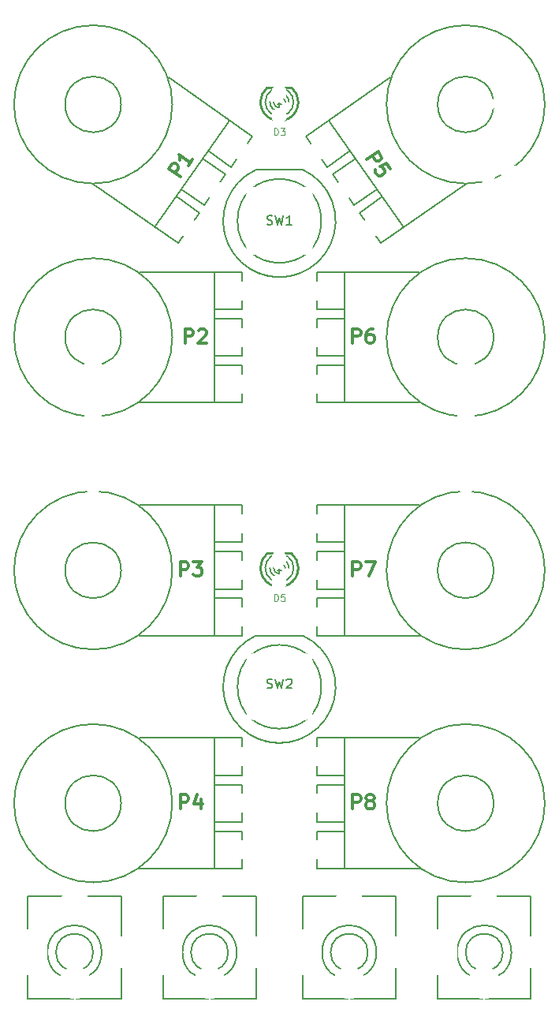
<source format=gto>
G04 (created by PCBNEW (2013-07-07 BZR 4022)-stable) date 2014-05-25 10:59:23 PM*
%MOIN*%
G04 Gerber Fmt 3.4, Leading zero omitted, Abs format*
%FSLAX34Y34*%
G01*
G70*
G90*
G04 APERTURE LIST*
%ADD10C,0.00590551*%
%ADD11C,0.00787402*%
%ADD12C,0.01*%
%ADD13C,0.006*%
%ADD14C,0.0035*%
%ADD15C,0.012*%
%ADD16C,0.0787*%
%ADD17R,0.0787X0.0787*%
%ADD18O,0.137795X0.19685*%
%ADD19O,0.0787402X0.137795*%
%ADD20O,0.137795X0.137795*%
%ADD21C,0.066*%
%ADD22C,0.0885827*%
%ADD23R,0.0551181X0.0551181*%
%ADD24C,0.0551181*%
G04 APERTURE END LIST*
G54D10*
G54D11*
X55039Y-59448D02*
X55196Y-59448D01*
X55118Y-59370D02*
X55118Y-59527D01*
X55039Y-39763D02*
X55196Y-39763D01*
X55118Y-39685D02*
X55118Y-39842D01*
G54D10*
X59218Y-75590D02*
G75*
G03X59218Y-75590I-1147J0D01*
G74*
G01*
X60039Y-77559D02*
X56102Y-77559D01*
X56102Y-77559D02*
X56102Y-73228D01*
X56102Y-73228D02*
X60039Y-73228D01*
X60039Y-73228D02*
X60039Y-77559D01*
X58858Y-75590D02*
G75*
G03X58858Y-75590I-787J0D01*
G74*
G01*
X64927Y-75590D02*
G75*
G03X64927Y-75590I-1147J0D01*
G74*
G01*
X65748Y-77559D02*
X61811Y-77559D01*
X61811Y-77559D02*
X61811Y-73228D01*
X61811Y-73228D02*
X65748Y-73228D01*
X65748Y-73228D02*
X65748Y-77559D01*
X64566Y-75590D02*
G75*
G03X64566Y-75590I-787J0D01*
G74*
G01*
X53313Y-75590D02*
G75*
G03X53313Y-75590I-1147J0D01*
G74*
G01*
X54133Y-77559D02*
X50196Y-77559D01*
X50196Y-77559D02*
X50196Y-73228D01*
X50196Y-73228D02*
X54133Y-73228D01*
X54133Y-73228D02*
X54133Y-77559D01*
X52952Y-75590D02*
G75*
G03X52952Y-75590I-787J0D01*
G74*
G01*
X47604Y-75590D02*
G75*
G03X47604Y-75590I-1147J0D01*
G74*
G01*
X48425Y-77559D02*
X44488Y-77559D01*
X44488Y-77559D02*
X44488Y-73228D01*
X44488Y-73228D02*
X48425Y-73228D01*
X48425Y-73228D02*
X48425Y-77559D01*
X47244Y-75590D02*
G75*
G03X47244Y-75590I-787J0D01*
G74*
G01*
G54D12*
X55618Y-58728D02*
X54618Y-58728D01*
G54D13*
X54734Y-59809D02*
G75*
G03X55118Y-59948I384J460D01*
G74*
G01*
X55118Y-59948D02*
G75*
G03X55515Y-59796I0J599D01*
G74*
G01*
X55118Y-58749D02*
G75*
G03X54728Y-58893I0J-599D01*
G74*
G01*
X55502Y-58887D02*
G75*
G03X55118Y-58748I-384J-460D01*
G74*
G01*
X54768Y-58860D02*
G75*
G03X54518Y-59348I349J-487D01*
G74*
G01*
X54518Y-59348D02*
G75*
G03X54757Y-59828I600J0D01*
G74*
G01*
X55717Y-59348D02*
G75*
G03X55486Y-58875I-599J0D01*
G74*
G01*
X55486Y-59822D02*
G75*
G03X55718Y-59348I-368J473D01*
G74*
G01*
X54868Y-59348D02*
G75*
G03X55118Y-59598I250J0D01*
G74*
G01*
X54718Y-59348D02*
G75*
G03X55118Y-59748I400J0D01*
G74*
G01*
X55368Y-59348D02*
G75*
G03X55118Y-59098I-250J0D01*
G74*
G01*
X55518Y-59348D02*
G75*
G03X55118Y-58948I-400J0D01*
G74*
G01*
G54D12*
X54604Y-58735D02*
G75*
G03X54318Y-59348I513J-613D01*
G74*
G01*
X54319Y-59348D02*
G75*
G03X54741Y-60053I799J0D01*
G74*
G01*
X55917Y-59347D02*
G75*
G03X55633Y-58738I-798J-1D01*
G74*
G01*
X55515Y-60043D02*
G75*
G03X55918Y-59348I-397J694D01*
G74*
G01*
X54738Y-60053D02*
G75*
G03X55118Y-60148I379J704D01*
G74*
G01*
X55118Y-60148D02*
G75*
G03X55537Y-60029I0J799D01*
G74*
G01*
X55618Y-39043D02*
X54618Y-39043D01*
G54D13*
X54734Y-40124D02*
G75*
G03X55118Y-40263I384J460D01*
G74*
G01*
X55118Y-40263D02*
G75*
G03X55515Y-40111I0J599D01*
G74*
G01*
X55118Y-39064D02*
G75*
G03X54728Y-39208I0J-599D01*
G74*
G01*
X55502Y-39202D02*
G75*
G03X55118Y-39063I-384J-460D01*
G74*
G01*
X54768Y-39175D02*
G75*
G03X54518Y-39663I349J-487D01*
G74*
G01*
X54518Y-39663D02*
G75*
G03X54757Y-40143I600J0D01*
G74*
G01*
X55717Y-39663D02*
G75*
G03X55486Y-39190I-599J0D01*
G74*
G01*
X55486Y-40137D02*
G75*
G03X55718Y-39663I-368J473D01*
G74*
G01*
X54868Y-39663D02*
G75*
G03X55118Y-39913I250J0D01*
G74*
G01*
X54718Y-39663D02*
G75*
G03X55118Y-40063I400J0D01*
G74*
G01*
X55368Y-39663D02*
G75*
G03X55118Y-39413I-250J0D01*
G74*
G01*
X55518Y-39663D02*
G75*
G03X55118Y-39263I-400J0D01*
G74*
G01*
G54D12*
X54604Y-39050D02*
G75*
G03X54318Y-39663I513J-613D01*
G74*
G01*
X54319Y-39663D02*
G75*
G03X54741Y-40368I799J0D01*
G74*
G01*
X55917Y-39662D02*
G75*
G03X55633Y-39053I-798J-1D01*
G74*
G01*
X55515Y-40357D02*
G75*
G03X55918Y-39663I-397J694D01*
G74*
G01*
X54738Y-40368D02*
G75*
G03X55118Y-40463I379J704D01*
G74*
G01*
X55118Y-40463D02*
G75*
G03X55537Y-40344I0J799D01*
G74*
G01*
G54D10*
X54135Y-66536D02*
G75*
G03X57284Y-65352I982J2166D01*
G74*
G01*
X52952Y-65352D02*
G75*
G03X56100Y-66536I2166J982D01*
G74*
G01*
X54135Y-62203D02*
G75*
G03X52952Y-65352I982J-2166D01*
G74*
G01*
X57284Y-65352D02*
G75*
G03X56100Y-62203I-2166J982D01*
G74*
G01*
X54133Y-62204D02*
X56102Y-62204D01*
X56889Y-64370D02*
G75*
G03X56889Y-64370I-1771J0D01*
G74*
G01*
X54135Y-46851D02*
G75*
G03X57284Y-45667I982J2166D01*
G74*
G01*
X52952Y-45667D02*
G75*
G03X56100Y-46851I2166J982D01*
G74*
G01*
X54135Y-42518D02*
G75*
G03X52952Y-45667I982J-2166D01*
G74*
G01*
X57284Y-45667D02*
G75*
G03X56100Y-42518I-2166J982D01*
G74*
G01*
X54133Y-42519D02*
X56102Y-42519D01*
X56889Y-44685D02*
G75*
G03X56889Y-44685I-1771J0D01*
G74*
G01*
X58122Y-41731D02*
X57154Y-42409D01*
X57154Y-42409D02*
X56251Y-41119D01*
X59251Y-43344D02*
X58283Y-44021D01*
X58283Y-44021D02*
X57380Y-42731D01*
X57380Y-42731D02*
X58347Y-42054D01*
X59412Y-45634D02*
X58509Y-44344D01*
X58509Y-44344D02*
X59477Y-43666D01*
X57218Y-40441D02*
X60380Y-44956D01*
X59412Y-45634D02*
X62960Y-43150D01*
X56251Y-41119D02*
X59798Y-38635D01*
X64173Y-39763D02*
G75*
G03X64173Y-39763I-1181J0D01*
G74*
G01*
X66338Y-39763D02*
G75*
G03X66338Y-39763I-3346J0D01*
G74*
G01*
X57874Y-48425D02*
X56692Y-48425D01*
X56692Y-48425D02*
X56692Y-46850D01*
X57874Y-50393D02*
X56692Y-50393D01*
X56692Y-50393D02*
X56692Y-48818D01*
X56692Y-48818D02*
X57874Y-48818D01*
X56692Y-52362D02*
X56692Y-50787D01*
X56692Y-50787D02*
X57874Y-50787D01*
X57874Y-46850D02*
X57874Y-52362D01*
X56692Y-52362D02*
X61023Y-52362D01*
X56692Y-46850D02*
X61023Y-46850D01*
X64173Y-49606D02*
G75*
G03X64173Y-49606I-1181J0D01*
G74*
G01*
X66338Y-49606D02*
G75*
G03X66338Y-49606I-3346J0D01*
G74*
G01*
X57874Y-58267D02*
X56692Y-58267D01*
X56692Y-58267D02*
X56692Y-56692D01*
X57874Y-60236D02*
X56692Y-60236D01*
X56692Y-60236D02*
X56692Y-58661D01*
X56692Y-58661D02*
X57874Y-58661D01*
X56692Y-62204D02*
X56692Y-60629D01*
X56692Y-60629D02*
X57874Y-60629D01*
X57874Y-56692D02*
X57874Y-62204D01*
X56692Y-62204D02*
X61023Y-62204D01*
X56692Y-56692D02*
X61023Y-56692D01*
X64173Y-59448D02*
G75*
G03X64173Y-59448I-1181J0D01*
G74*
G01*
X66338Y-59448D02*
G75*
G03X66338Y-59448I-3346J0D01*
G74*
G01*
X57874Y-68110D02*
X56692Y-68110D01*
X56692Y-68110D02*
X56692Y-66535D01*
X57874Y-70078D02*
X56692Y-70078D01*
X56692Y-70078D02*
X56692Y-68503D01*
X56692Y-68503D02*
X57874Y-68503D01*
X56692Y-72047D02*
X56692Y-70472D01*
X56692Y-70472D02*
X57874Y-70472D01*
X57874Y-66535D02*
X57874Y-72047D01*
X56692Y-72047D02*
X61023Y-72047D01*
X56692Y-66535D02*
X61023Y-66535D01*
X64173Y-69291D02*
G75*
G03X64173Y-69291I-1181J0D01*
G74*
G01*
X66338Y-69291D02*
G75*
G03X66338Y-69291I-3346J0D01*
G74*
G01*
X52362Y-70472D02*
X53543Y-70472D01*
X53543Y-70472D02*
X53543Y-72047D01*
X52362Y-68503D02*
X53543Y-68503D01*
X53543Y-68503D02*
X53543Y-70078D01*
X53543Y-70078D02*
X52362Y-70078D01*
X53543Y-66535D02*
X53543Y-68110D01*
X53543Y-68110D02*
X52362Y-68110D01*
X52362Y-72047D02*
X52362Y-66535D01*
X53543Y-66535D02*
X49212Y-66535D01*
X53543Y-72047D02*
X49212Y-72047D01*
X48425Y-69291D02*
G75*
G03X48425Y-69291I-1181J0D01*
G74*
G01*
X50590Y-69291D02*
G75*
G03X50590Y-69291I-3346J0D01*
G74*
G01*
X52362Y-60629D02*
X53543Y-60629D01*
X53543Y-60629D02*
X53543Y-62204D01*
X52362Y-58661D02*
X53543Y-58661D01*
X53543Y-58661D02*
X53543Y-60236D01*
X53543Y-60236D02*
X52362Y-60236D01*
X53543Y-56692D02*
X53543Y-58267D01*
X53543Y-58267D02*
X52362Y-58267D01*
X52362Y-62204D02*
X52362Y-56692D01*
X53543Y-56692D02*
X49212Y-56692D01*
X53543Y-62204D02*
X49212Y-62204D01*
X48425Y-59448D02*
G75*
G03X48425Y-59448I-1181J0D01*
G74*
G01*
X50590Y-59448D02*
G75*
G03X50590Y-59448I-3346J0D01*
G74*
G01*
X52362Y-50787D02*
X53543Y-50787D01*
X53543Y-50787D02*
X53543Y-52362D01*
X52362Y-48818D02*
X53543Y-48818D01*
X53543Y-48818D02*
X53543Y-50393D01*
X53543Y-50393D02*
X52362Y-50393D01*
X53543Y-46850D02*
X53543Y-48425D01*
X53543Y-48425D02*
X52362Y-48425D01*
X52362Y-52362D02*
X52362Y-46850D01*
X53543Y-46850D02*
X49212Y-46850D01*
X53543Y-52362D02*
X49212Y-52362D01*
X48425Y-49606D02*
G75*
G03X48425Y-49606I-1181J0D01*
G74*
G01*
X50590Y-49606D02*
G75*
G03X50590Y-49606I-3346J0D01*
G74*
G01*
X50759Y-43666D02*
X51726Y-44344D01*
X51726Y-44344D02*
X50823Y-45634D01*
X51888Y-42054D02*
X52855Y-42731D01*
X52855Y-42731D02*
X51952Y-44021D01*
X51952Y-44021D02*
X50984Y-43344D01*
X53984Y-41119D02*
X53081Y-42409D01*
X53081Y-42409D02*
X52114Y-41731D01*
X49855Y-44956D02*
X53017Y-40441D01*
X53984Y-41119D02*
X50437Y-38635D01*
X50823Y-45634D02*
X47275Y-43150D01*
X48425Y-39763D02*
G75*
G03X48425Y-39763I-1181J0D01*
G74*
G01*
X50590Y-39763D02*
G75*
G03X50590Y-39763I-3346J0D01*
G74*
G01*
G54D14*
X54896Y-60751D02*
X54896Y-60451D01*
X54968Y-60451D01*
X55010Y-60465D01*
X55039Y-60494D01*
X55053Y-60522D01*
X55068Y-60579D01*
X55068Y-60622D01*
X55053Y-60679D01*
X55039Y-60708D01*
X55010Y-60737D01*
X54968Y-60751D01*
X54896Y-60751D01*
X55339Y-60451D02*
X55196Y-60451D01*
X55182Y-60594D01*
X55196Y-60579D01*
X55225Y-60565D01*
X55296Y-60565D01*
X55325Y-60579D01*
X55339Y-60594D01*
X55353Y-60622D01*
X55353Y-60694D01*
X55339Y-60722D01*
X55325Y-60737D01*
X55296Y-60751D01*
X55225Y-60751D01*
X55196Y-60737D01*
X55182Y-60722D01*
X54896Y-41066D02*
X54896Y-40766D01*
X54968Y-40766D01*
X55010Y-40780D01*
X55039Y-40809D01*
X55053Y-40837D01*
X55068Y-40894D01*
X55068Y-40937D01*
X55053Y-40994D01*
X55039Y-41023D01*
X55010Y-41052D01*
X54968Y-41066D01*
X54896Y-41066D01*
X55168Y-40766D02*
X55353Y-40766D01*
X55253Y-40880D01*
X55296Y-40880D01*
X55325Y-40894D01*
X55339Y-40909D01*
X55353Y-40937D01*
X55353Y-41009D01*
X55339Y-41037D01*
X55325Y-41052D01*
X55296Y-41066D01*
X55210Y-41066D01*
X55182Y-41052D01*
X55168Y-41037D01*
G54D10*
X54593Y-64412D02*
X54649Y-64431D01*
X54743Y-64431D01*
X54780Y-64412D01*
X54799Y-64393D01*
X54818Y-64356D01*
X54818Y-64318D01*
X54799Y-64281D01*
X54780Y-64262D01*
X54743Y-64243D01*
X54668Y-64224D01*
X54630Y-64206D01*
X54611Y-64187D01*
X54593Y-64149D01*
X54593Y-64112D01*
X54611Y-64074D01*
X54630Y-64056D01*
X54668Y-64037D01*
X54761Y-64037D01*
X54818Y-64056D01*
X54949Y-64037D02*
X55043Y-64431D01*
X55118Y-64149D01*
X55193Y-64431D01*
X55286Y-64037D01*
X55418Y-64074D02*
X55436Y-64056D01*
X55474Y-64037D01*
X55568Y-64037D01*
X55605Y-64056D01*
X55624Y-64074D01*
X55643Y-64112D01*
X55643Y-64149D01*
X55624Y-64206D01*
X55399Y-64431D01*
X55643Y-64431D01*
X54593Y-44825D02*
X54649Y-44844D01*
X54743Y-44844D01*
X54780Y-44825D01*
X54799Y-44806D01*
X54818Y-44769D01*
X54818Y-44731D01*
X54799Y-44694D01*
X54780Y-44675D01*
X54743Y-44656D01*
X54668Y-44638D01*
X54630Y-44619D01*
X54611Y-44600D01*
X54593Y-44563D01*
X54593Y-44525D01*
X54611Y-44488D01*
X54630Y-44469D01*
X54668Y-44450D01*
X54761Y-44450D01*
X54818Y-44469D01*
X54949Y-44450D02*
X55043Y-44844D01*
X55118Y-44563D01*
X55193Y-44844D01*
X55286Y-44450D01*
X55643Y-44844D02*
X55418Y-44844D01*
X55530Y-44844D02*
X55530Y-44450D01*
X55493Y-44506D01*
X55455Y-44544D01*
X55418Y-44563D01*
G54D15*
X58799Y-42099D02*
X59290Y-41755D01*
X59421Y-41942D01*
X59430Y-42005D01*
X59423Y-42045D01*
X59393Y-42101D01*
X59323Y-42150D01*
X59260Y-42160D01*
X59220Y-42153D01*
X59164Y-42122D01*
X59033Y-41935D01*
X59798Y-42480D02*
X59634Y-42246D01*
X59384Y-42387D01*
X59424Y-42394D01*
X59480Y-42424D01*
X59562Y-42541D01*
X59571Y-42604D01*
X59564Y-42644D01*
X59534Y-42700D01*
X59417Y-42782D01*
X59353Y-42792D01*
X59314Y-42785D01*
X59257Y-42754D01*
X59175Y-42637D01*
X59166Y-42574D01*
X59173Y-42534D01*
X58218Y-49849D02*
X58218Y-49249D01*
X58447Y-49249D01*
X58504Y-49277D01*
X58532Y-49306D01*
X58561Y-49363D01*
X58561Y-49449D01*
X58532Y-49506D01*
X58504Y-49534D01*
X58447Y-49563D01*
X58218Y-49563D01*
X59075Y-49249D02*
X58961Y-49249D01*
X58904Y-49277D01*
X58875Y-49306D01*
X58818Y-49392D01*
X58789Y-49506D01*
X58789Y-49734D01*
X58818Y-49792D01*
X58847Y-49820D01*
X58904Y-49849D01*
X59018Y-49849D01*
X59075Y-49820D01*
X59104Y-49792D01*
X59132Y-49734D01*
X59132Y-49592D01*
X59104Y-49534D01*
X59075Y-49506D01*
X59018Y-49477D01*
X58904Y-49477D01*
X58847Y-49506D01*
X58818Y-49534D01*
X58789Y-49592D01*
X58218Y-59691D02*
X58218Y-59091D01*
X58447Y-59091D01*
X58504Y-59120D01*
X58532Y-59148D01*
X58561Y-59205D01*
X58561Y-59291D01*
X58532Y-59348D01*
X58504Y-59377D01*
X58447Y-59405D01*
X58218Y-59405D01*
X58761Y-59091D02*
X59161Y-59091D01*
X58904Y-59691D01*
X58218Y-69534D02*
X58218Y-68934D01*
X58447Y-68934D01*
X58504Y-68962D01*
X58532Y-68991D01*
X58561Y-69048D01*
X58561Y-69134D01*
X58532Y-69191D01*
X58504Y-69219D01*
X58447Y-69248D01*
X58218Y-69248D01*
X58904Y-69191D02*
X58847Y-69162D01*
X58818Y-69134D01*
X58789Y-69077D01*
X58789Y-69048D01*
X58818Y-68991D01*
X58847Y-68962D01*
X58904Y-68934D01*
X59018Y-68934D01*
X59075Y-68962D01*
X59104Y-68991D01*
X59132Y-69048D01*
X59132Y-69077D01*
X59104Y-69134D01*
X59075Y-69162D01*
X59018Y-69191D01*
X58904Y-69191D01*
X58847Y-69219D01*
X58818Y-69248D01*
X58789Y-69305D01*
X58789Y-69419D01*
X58818Y-69477D01*
X58847Y-69505D01*
X58904Y-69534D01*
X59018Y-69534D01*
X59075Y-69505D01*
X59104Y-69477D01*
X59132Y-69419D01*
X59132Y-69305D01*
X59104Y-69248D01*
X59075Y-69219D01*
X59018Y-69191D01*
X50935Y-69534D02*
X50935Y-68934D01*
X51163Y-68934D01*
X51220Y-68962D01*
X51249Y-68991D01*
X51277Y-69048D01*
X51277Y-69134D01*
X51249Y-69191D01*
X51220Y-69219D01*
X51163Y-69248D01*
X50935Y-69248D01*
X51792Y-69134D02*
X51792Y-69534D01*
X51649Y-68905D02*
X51506Y-69334D01*
X51877Y-69334D01*
X50935Y-59691D02*
X50935Y-59091D01*
X51163Y-59091D01*
X51220Y-59120D01*
X51249Y-59148D01*
X51277Y-59205D01*
X51277Y-59291D01*
X51249Y-59348D01*
X51220Y-59377D01*
X51163Y-59405D01*
X50935Y-59405D01*
X51477Y-59091D02*
X51849Y-59091D01*
X51649Y-59320D01*
X51735Y-59320D01*
X51792Y-59348D01*
X51820Y-59377D01*
X51849Y-59434D01*
X51849Y-59577D01*
X51820Y-59634D01*
X51792Y-59663D01*
X51735Y-59691D01*
X51563Y-59691D01*
X51506Y-59663D01*
X51477Y-59634D01*
X51131Y-49849D02*
X51131Y-49249D01*
X51360Y-49249D01*
X51417Y-49277D01*
X51446Y-49306D01*
X51474Y-49363D01*
X51474Y-49449D01*
X51446Y-49506D01*
X51417Y-49534D01*
X51360Y-49563D01*
X51131Y-49563D01*
X51703Y-49306D02*
X51731Y-49277D01*
X51789Y-49249D01*
X51931Y-49249D01*
X51989Y-49277D01*
X52017Y-49306D01*
X52046Y-49363D01*
X52046Y-49420D01*
X52017Y-49506D01*
X51674Y-49849D01*
X52046Y-49849D01*
X50929Y-42824D02*
X50437Y-42480D01*
X50568Y-42293D01*
X50624Y-42263D01*
X50664Y-42256D01*
X50727Y-42265D01*
X50798Y-42314D01*
X50828Y-42370D01*
X50835Y-42410D01*
X50826Y-42473D01*
X50695Y-42661D01*
X51453Y-42075D02*
X51256Y-42356D01*
X51355Y-42216D02*
X50863Y-41872D01*
X50901Y-41968D01*
X50915Y-42047D01*
X50905Y-42110D01*
%LPC*%
G54D16*
X64870Y-44700D03*
X64870Y-43700D03*
X64870Y-45700D03*
X64870Y-42700D03*
G54D17*
X64870Y-41700D03*
G54D16*
X63870Y-41700D03*
X63870Y-42700D03*
X63870Y-43700D03*
X63870Y-44700D03*
X63870Y-45700D03*
G54D18*
X56220Y-75590D03*
G54D19*
X59921Y-75590D03*
G54D20*
X58070Y-73661D03*
X58070Y-76889D03*
G54D18*
X61929Y-75590D03*
G54D19*
X65629Y-75590D03*
G54D20*
X63779Y-73661D03*
X63779Y-76889D03*
G54D18*
X50314Y-75590D03*
G54D19*
X54015Y-75590D03*
G54D20*
X52165Y-73661D03*
X52165Y-76889D03*
G54D18*
X44606Y-75590D03*
G54D19*
X48307Y-75590D03*
G54D20*
X46456Y-73661D03*
X46456Y-76889D03*
G54D21*
X55118Y-59948D03*
X55118Y-58948D03*
X55118Y-40263D03*
X55118Y-39263D03*
G54D22*
X56102Y-65354D03*
X54133Y-65354D03*
X54133Y-63385D03*
X56102Y-63385D03*
X56102Y-45669D03*
X54133Y-45669D03*
X54133Y-43700D03*
X56102Y-43700D03*
G54D17*
X62992Y-49830D03*
G54D16*
X62992Y-50830D03*
X62992Y-51830D03*
X62992Y-52830D03*
X62992Y-53830D03*
X62992Y-54830D03*
X62992Y-55830D03*
X62992Y-56830D03*
X62992Y-57830D03*
X62992Y-58830D03*
G54D17*
X47244Y-58830D03*
G54D16*
X47244Y-57830D03*
X47244Y-56830D03*
X47244Y-55830D03*
X47244Y-54830D03*
X47244Y-53830D03*
X47244Y-52830D03*
X47244Y-51830D03*
X47244Y-50830D03*
X47244Y-49830D03*
G54D23*
X64763Y-39763D03*
G54D24*
X63976Y-39763D03*
G54D23*
X63976Y-47637D03*
G54D24*
X64763Y-47637D03*
G54D16*
X57832Y-43376D03*
X58961Y-44989D03*
X56703Y-41764D03*
X56692Y-49606D03*
X56692Y-51574D03*
X56692Y-47637D03*
X56692Y-59448D03*
X56692Y-61417D03*
X56692Y-57480D03*
X56692Y-69291D03*
X56692Y-71259D03*
X56692Y-67322D03*
X53543Y-69291D03*
X53543Y-67322D03*
X53543Y-71259D03*
X53543Y-59448D03*
X53543Y-57480D03*
X53543Y-61417D03*
X53543Y-49606D03*
X53543Y-47637D03*
X53543Y-51574D03*
X52404Y-43376D03*
X53533Y-41764D03*
X51275Y-44989D03*
M02*

</source>
